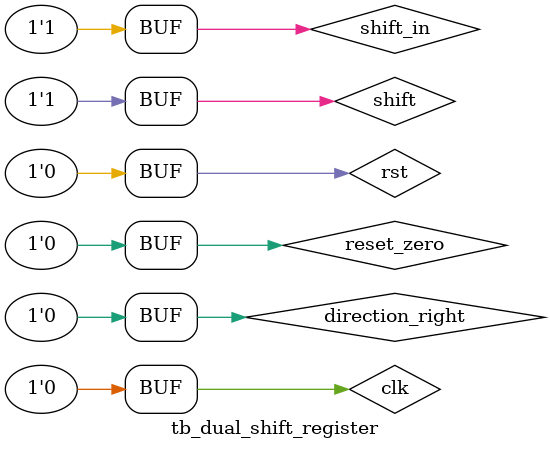
<source format=sv>
`timescale 1ns/10ps

module tb_dual_shift_register ();
    
    localparam WIDTH = 5;
    localparam SHIFT_RIGHT = 0;

    logic clk, rst;

    logic shift_in, direction_right, reset_zero, shift;
    logic[WIDTH-1:0] out;
    
    dual_shift_register 
    #(
        .WIDTH (WIDTH )
    )
    u_dual_shift_register(
    	.clk             (clk             ),
        .rst             (rst             ),
        .shift_in        (shift_in        ),
        .direction_right (direction_right ),
        .reset_zero      (reset_zero      ),
        .shift           (shift           ),
        .out             (out             )
    );

    localparam PERIOD = 10;

    always 
    begin
        clk = 1'b1;
        #(PERIOD/2);

        clk = 1'b0;
        #(PERIOD/2);    
    end

    initial begin
        rst = 1'b1;

        reset_zero = 1'b0;
        shift = 1'b0;
        shift_in = 1'b1;
        direction_right = 1;

        #(3.25*PERIOD);

        rst = 1'b0;

        #(2*PERIOD);

        shift_in = 1'b1;
        shift = 1'b1;

        #PERIOD;

        shift_in = 1'b0;
        shift = 1'b1;

        #PERIOD;

        shift_in = 1'b1;
        shift = 1'b1;

        #PERIOD;

        shift_in = 1'b0;
        shift = 1'b1;

        #PERIOD;
        
        shift = 1'b0;
        direction_right = 1'b0;

        #(2*PERIOD);

        shift = 1'b1;
        shift_in = 1'b1;

        #(3*PERIOD);

        shift = 1'b0;
        reset_zero = 1'b1;

        #(2*PERIOD);

        reset_zero = 1'b0;
        shift = 1'b1;
        shift_in = 1'b1;

    end

endmodule
</source>
